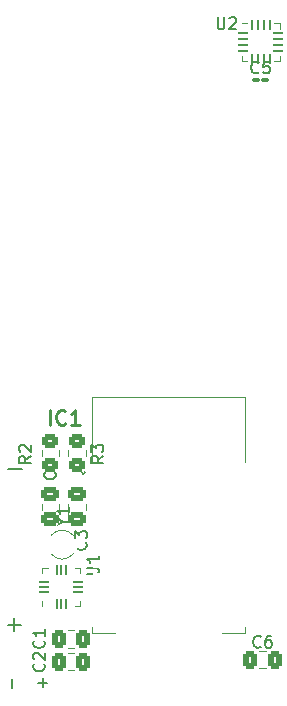
<source format=gto>
G04 #@! TF.GenerationSoftware,KiCad,Pcbnew,8.0.2-8.0.2-0~ubuntu22.04.1*
G04 #@! TF.CreationDate,2024-05-30T09:26:34-06:00*
G04 #@! TF.ProjectId,sensor_sigfox_1.2,73656e73-6f72-45f7-9369-67666f785f31,rev?*
G04 #@! TF.SameCoordinates,Original*
G04 #@! TF.FileFunction,Legend,Top*
G04 #@! TF.FilePolarity,Positive*
%FSLAX46Y46*%
G04 Gerber Fmt 4.6, Leading zero omitted, Abs format (unit mm)*
G04 Created by KiCad (PCBNEW 8.0.2-8.0.2-0~ubuntu22.04.1) date 2024-05-30 09:26:34*
%MOMM*%
%LPD*%
G01*
G04 APERTURE LIST*
G04 Aperture macros list*
%AMRoundRect*
0 Rectangle with rounded corners*
0 $1 Rounding radius*
0 $2 $3 $4 $5 $6 $7 $8 $9 X,Y pos of 4 corners*
0 Add a 4 corners polygon primitive as box body*
4,1,4,$2,$3,$4,$5,$6,$7,$8,$9,$2,$3,0*
0 Add four circle primitives for the rounded corners*
1,1,$1+$1,$2,$3*
1,1,$1+$1,$4,$5*
1,1,$1+$1,$6,$7*
1,1,$1+$1,$8,$9*
0 Add four rect primitives between the rounded corners*
20,1,$1+$1,$2,$3,$4,$5,0*
20,1,$1+$1,$4,$5,$6,$7,0*
20,1,$1+$1,$6,$7,$8,$9,0*
20,1,$1+$1,$8,$9,$2,$3,0*%
%AMFreePoly0*
4,1,14,0.334644,0.085355,0.385355,0.034644,0.400000,-0.000711,0.400000,-0.050000,0.385355,-0.085355,0.350000,-0.100000,-0.350000,-0.100000,-0.385355,-0.085355,-0.400000,-0.050000,-0.400000,0.050000,-0.385355,0.085355,-0.350000,0.100000,0.299289,0.100000,0.334644,0.085355,0.334644,0.085355,$1*%
%AMFreePoly1*
4,1,14,0.385355,0.085355,0.400000,0.050000,0.400000,0.000711,0.385355,-0.034644,0.334644,-0.085355,0.299289,-0.100000,-0.350000,-0.100000,-0.385355,-0.085355,-0.400000,-0.050000,-0.400000,0.050000,-0.385355,0.085355,-0.350000,0.100000,0.350000,0.100000,0.385355,0.085355,0.385355,0.085355,$1*%
%AMFreePoly2*
4,1,14,0.085355,0.385355,0.100000,0.350000,0.100000,-0.350000,0.085355,-0.385355,0.050000,-0.400000,-0.050000,-0.400000,-0.085355,-0.385355,-0.100000,-0.350000,-0.100000,0.299289,-0.085355,0.334644,-0.034644,0.385355,0.000711,0.400000,0.050000,0.400000,0.085355,0.385355,0.085355,0.385355,$1*%
%AMFreePoly3*
4,1,14,0.034644,0.385355,0.085355,0.334644,0.100000,0.299289,0.100000,-0.350000,0.085355,-0.385355,0.050000,-0.400000,-0.050000,-0.400000,-0.085355,-0.385355,-0.100000,-0.350000,-0.100000,0.350000,-0.085355,0.385355,-0.050000,0.400000,-0.000711,0.400000,0.034644,0.385355,0.034644,0.385355,$1*%
%AMFreePoly4*
4,1,14,0.385355,0.085355,0.400000,0.050000,0.400000,-0.050000,0.385355,-0.085355,0.350000,-0.100000,-0.299289,-0.100000,-0.334644,-0.085355,-0.385355,-0.034644,-0.400000,0.000711,-0.400000,0.050000,-0.385355,0.085355,-0.350000,0.100000,0.350000,0.100000,0.385355,0.085355,0.385355,0.085355,$1*%
%AMFreePoly5*
4,1,14,0.385355,0.085355,0.400000,0.050000,0.400000,-0.050000,0.385355,-0.085355,0.350000,-0.100000,-0.350000,-0.100000,-0.385355,-0.085355,-0.400000,-0.050000,-0.400000,-0.000711,-0.385355,0.034644,-0.334644,0.085355,-0.299289,0.100000,0.350000,0.100000,0.385355,0.085355,0.385355,0.085355,$1*%
%AMFreePoly6*
4,1,14,0.085355,0.385355,0.100000,0.350000,0.100000,-0.299289,0.085355,-0.334644,0.034644,-0.385355,-0.000711,-0.400000,-0.050000,-0.400000,-0.085355,-0.385355,-0.100000,-0.350000,-0.100000,0.350000,-0.085355,0.385355,-0.050000,0.400000,0.050000,0.400000,0.085355,0.385355,0.085355,0.385355,$1*%
%AMFreePoly7*
4,1,14,0.085355,0.385355,0.100000,0.350000,0.100000,-0.350000,0.085355,-0.385355,0.050000,-0.400000,0.000711,-0.400000,-0.034644,-0.385355,-0.085355,-0.334644,-0.100000,-0.299289,-0.100000,0.350000,-0.085355,0.385355,-0.050000,0.400000,0.050000,0.400000,0.085355,0.385355,0.085355,0.385355,$1*%
G04 Aperture macros list end*
%ADD10C,0.150000*%
%ADD11C,0.254000*%
%ADD12C,0.120000*%
%ADD13C,0.200000*%
%ADD14C,0.100000*%
%ADD15C,1.000000*%
%ADD16RoundRect,0.250000X-0.337500X-0.475000X0.337500X-0.475000X0.337500X0.475000X-0.337500X0.475000X0*%
%ADD17RoundRect,0.062500X-0.350000X-0.062500X0.350000X-0.062500X0.350000X0.062500X-0.350000X0.062500X0*%
%ADD18RoundRect,0.062500X-0.062500X-0.350000X0.062500X-0.350000X0.062500X0.350000X-0.062500X0.350000X0*%
%ADD19R,1.700000X1.700000*%
%ADD20RoundRect,0.250000X0.450000X-0.350000X0.450000X0.350000X-0.450000X0.350000X-0.450000X-0.350000X0*%
%ADD21RoundRect,0.100000X-0.217500X-0.100000X0.217500X-0.100000X0.217500X0.100000X-0.217500X0.100000X0*%
%ADD22RoundRect,0.250000X-0.475000X0.337500X-0.475000X-0.337500X0.475000X-0.337500X0.475000X0.337500X0*%
%ADD23RoundRect,0.250000X0.337500X0.475000X-0.337500X0.475000X-0.337500X-0.475000X0.337500X-0.475000X0*%
%ADD24R,1.000000X0.700000*%
%ADD25R,0.700000X1.000000*%
%ADD26R,2.000000X2.000000*%
%ADD27C,2.000000*%
%ADD28FreePoly0,90.000000*%
%ADD29RoundRect,0.050000X0.050000X-0.350000X0.050000X0.350000X-0.050000X0.350000X-0.050000X-0.350000X0*%
%ADD30FreePoly1,90.000000*%
%ADD31FreePoly2,90.000000*%
%ADD32RoundRect,0.050000X0.350000X-0.050000X0.350000X0.050000X-0.350000X0.050000X-0.350000X-0.050000X0*%
%ADD33FreePoly3,90.000000*%
%ADD34FreePoly4,90.000000*%
%ADD35FreePoly5,90.000000*%
%ADD36FreePoly6,90.000000*%
%ADD37FreePoly7,90.000000*%
%ADD38O,1.700000X1.700000*%
G04 APERTURE END LIST*
D10*
X116153866Y-93052220D02*
X116153866Y-92290316D01*
X118787345Y-92983068D02*
X118787345Y-92221164D01*
X119168298Y-92602116D02*
X118406393Y-92602116D01*
X120506628Y-78935190D02*
X120982819Y-78935190D01*
X119982819Y-79268523D02*
X120506628Y-78935190D01*
X120506628Y-78935190D02*
X119982819Y-78601857D01*
X120982819Y-77744714D02*
X120982819Y-78316142D01*
X120982819Y-78030428D02*
X119982819Y-78030428D01*
X119982819Y-78030428D02*
X120125676Y-78125666D01*
X120125676Y-78125666D02*
X120220914Y-78220904D01*
X120220914Y-78220904D02*
X120268533Y-78316142D01*
X118847080Y-89025666D02*
X118894700Y-89073285D01*
X118894700Y-89073285D02*
X118942319Y-89216142D01*
X118942319Y-89216142D02*
X118942319Y-89311380D01*
X118942319Y-89311380D02*
X118894700Y-89454237D01*
X118894700Y-89454237D02*
X118799461Y-89549475D01*
X118799461Y-89549475D02*
X118704223Y-89597094D01*
X118704223Y-89597094D02*
X118513747Y-89644713D01*
X118513747Y-89644713D02*
X118370890Y-89644713D01*
X118370890Y-89644713D02*
X118180414Y-89597094D01*
X118180414Y-89597094D02*
X118085176Y-89549475D01*
X118085176Y-89549475D02*
X117989938Y-89454237D01*
X117989938Y-89454237D02*
X117942319Y-89311380D01*
X117942319Y-89311380D02*
X117942319Y-89216142D01*
X117942319Y-89216142D02*
X117989938Y-89073285D01*
X117989938Y-89073285D02*
X118037557Y-89025666D01*
X118942319Y-88073285D02*
X118942319Y-88644713D01*
X118942319Y-88358999D02*
X117942319Y-88358999D01*
X117942319Y-88358999D02*
X118085176Y-88454237D01*
X118085176Y-88454237D02*
X118180414Y-88549475D01*
X118180414Y-88549475D02*
X118228033Y-88644713D01*
X133580095Y-36243621D02*
X133580095Y-37053144D01*
X133580095Y-37053144D02*
X133627714Y-37148382D01*
X133627714Y-37148382D02*
X133675333Y-37196002D01*
X133675333Y-37196002D02*
X133770571Y-37243621D01*
X133770571Y-37243621D02*
X133961047Y-37243621D01*
X133961047Y-37243621D02*
X134056285Y-37196002D01*
X134056285Y-37196002D02*
X134103904Y-37148382D01*
X134103904Y-37148382D02*
X134151523Y-37053144D01*
X134151523Y-37053144D02*
X134151523Y-36243621D01*
X134580095Y-36338859D02*
X134627714Y-36291240D01*
X134627714Y-36291240D02*
X134722952Y-36243621D01*
X134722952Y-36243621D02*
X134961047Y-36243621D01*
X134961047Y-36243621D02*
X135056285Y-36291240D01*
X135056285Y-36291240D02*
X135103904Y-36338859D01*
X135103904Y-36338859D02*
X135151523Y-36434097D01*
X135151523Y-36434097D02*
X135151523Y-36529335D01*
X135151523Y-36529335D02*
X135103904Y-36672192D01*
X135103904Y-36672192D02*
X134532476Y-37243621D01*
X134532476Y-37243621D02*
X135151523Y-37243621D01*
X118846080Y-90983666D02*
X118893700Y-91031285D01*
X118893700Y-91031285D02*
X118941319Y-91174142D01*
X118941319Y-91174142D02*
X118941319Y-91269380D01*
X118941319Y-91269380D02*
X118893700Y-91412237D01*
X118893700Y-91412237D02*
X118798461Y-91507475D01*
X118798461Y-91507475D02*
X118703223Y-91555094D01*
X118703223Y-91555094D02*
X118512747Y-91602713D01*
X118512747Y-91602713D02*
X118369890Y-91602713D01*
X118369890Y-91602713D02*
X118179414Y-91555094D01*
X118179414Y-91555094D02*
X118084176Y-91507475D01*
X118084176Y-91507475D02*
X117988938Y-91412237D01*
X117988938Y-91412237D02*
X117941319Y-91269380D01*
X117941319Y-91269380D02*
X117941319Y-91174142D01*
X117941319Y-91174142D02*
X117988938Y-91031285D01*
X117988938Y-91031285D02*
X118036557Y-90983666D01*
X118036557Y-90602713D02*
X117988938Y-90555094D01*
X117988938Y-90555094D02*
X117941319Y-90459856D01*
X117941319Y-90459856D02*
X117941319Y-90221761D01*
X117941319Y-90221761D02*
X117988938Y-90126523D01*
X117988938Y-90126523D02*
X118036557Y-90078904D01*
X118036557Y-90078904D02*
X118131795Y-90031285D01*
X118131795Y-90031285D02*
X118227033Y-90031285D01*
X118227033Y-90031285D02*
X118369890Y-90078904D01*
X118369890Y-90078904D02*
X118941319Y-90650332D01*
X118941319Y-90650332D02*
X118941319Y-90031285D01*
X117770819Y-73387666D02*
X117294628Y-73720999D01*
X117770819Y-73959094D02*
X116770819Y-73959094D01*
X116770819Y-73959094D02*
X116770819Y-73578142D01*
X116770819Y-73578142D02*
X116818438Y-73482904D01*
X116818438Y-73482904D02*
X116866057Y-73435285D01*
X116866057Y-73435285D02*
X116961295Y-73387666D01*
X116961295Y-73387666D02*
X117104152Y-73387666D01*
X117104152Y-73387666D02*
X117199390Y-73435285D01*
X117199390Y-73435285D02*
X117247009Y-73482904D01*
X117247009Y-73482904D02*
X117294628Y-73578142D01*
X117294628Y-73578142D02*
X117294628Y-73959094D01*
X116866057Y-73006713D02*
X116818438Y-72959094D01*
X116818438Y-72959094D02*
X116770819Y-72863856D01*
X116770819Y-72863856D02*
X116770819Y-72625761D01*
X116770819Y-72625761D02*
X116818438Y-72530523D01*
X116818438Y-72530523D02*
X116866057Y-72482904D01*
X116866057Y-72482904D02*
X116961295Y-72435285D01*
X116961295Y-72435285D02*
X117056533Y-72435285D01*
X117056533Y-72435285D02*
X117199390Y-72482904D01*
X117199390Y-72482904D02*
X117770819Y-73054332D01*
X117770819Y-73054332D02*
X117770819Y-72435285D01*
X137042833Y-40895382D02*
X136995214Y-40943002D01*
X136995214Y-40943002D02*
X136852357Y-40990621D01*
X136852357Y-40990621D02*
X136757119Y-40990621D01*
X136757119Y-40990621D02*
X136614262Y-40943002D01*
X136614262Y-40943002D02*
X136519024Y-40847763D01*
X136519024Y-40847763D02*
X136471405Y-40752525D01*
X136471405Y-40752525D02*
X136423786Y-40562049D01*
X136423786Y-40562049D02*
X136423786Y-40419192D01*
X136423786Y-40419192D02*
X136471405Y-40228716D01*
X136471405Y-40228716D02*
X136519024Y-40133478D01*
X136519024Y-40133478D02*
X136614262Y-40038240D01*
X136614262Y-40038240D02*
X136757119Y-39990621D01*
X136757119Y-39990621D02*
X136852357Y-39990621D01*
X136852357Y-39990621D02*
X136995214Y-40038240D01*
X136995214Y-40038240D02*
X137042833Y-40085859D01*
X137947595Y-39990621D02*
X137471405Y-39990621D01*
X137471405Y-39990621D02*
X137423786Y-40466811D01*
X137423786Y-40466811D02*
X137471405Y-40419192D01*
X137471405Y-40419192D02*
X137566643Y-40371573D01*
X137566643Y-40371573D02*
X137804738Y-40371573D01*
X137804738Y-40371573D02*
X137899976Y-40419192D01*
X137899976Y-40419192D02*
X137947595Y-40466811D01*
X137947595Y-40466811D02*
X137995214Y-40562049D01*
X137995214Y-40562049D02*
X137995214Y-40800144D01*
X137995214Y-40800144D02*
X137947595Y-40895382D01*
X137947595Y-40895382D02*
X137899976Y-40943002D01*
X137899976Y-40943002D02*
X137804738Y-40990621D01*
X137804738Y-40990621D02*
X137566643Y-40990621D01*
X137566643Y-40990621D02*
X137471405Y-40943002D01*
X137471405Y-40943002D02*
X137423786Y-40895382D01*
X119789580Y-74755666D02*
X119837200Y-74803285D01*
X119837200Y-74803285D02*
X119884819Y-74946142D01*
X119884819Y-74946142D02*
X119884819Y-75041380D01*
X119884819Y-75041380D02*
X119837200Y-75184237D01*
X119837200Y-75184237D02*
X119741961Y-75279475D01*
X119741961Y-75279475D02*
X119646723Y-75327094D01*
X119646723Y-75327094D02*
X119456247Y-75374713D01*
X119456247Y-75374713D02*
X119313390Y-75374713D01*
X119313390Y-75374713D02*
X119122914Y-75327094D01*
X119122914Y-75327094D02*
X119027676Y-75279475D01*
X119027676Y-75279475D02*
X118932438Y-75184237D01*
X118932438Y-75184237D02*
X118884819Y-75041380D01*
X118884819Y-75041380D02*
X118884819Y-74946142D01*
X118884819Y-74946142D02*
X118932438Y-74803285D01*
X118932438Y-74803285D02*
X118980057Y-74755666D01*
X119218152Y-73898523D02*
X119884819Y-73898523D01*
X118837200Y-74136618D02*
X119551485Y-74374713D01*
X119551485Y-74374713D02*
X119551485Y-73755666D01*
X122403580Y-80702666D02*
X122451200Y-80750285D01*
X122451200Y-80750285D02*
X122498819Y-80893142D01*
X122498819Y-80893142D02*
X122498819Y-80988380D01*
X122498819Y-80988380D02*
X122451200Y-81131237D01*
X122451200Y-81131237D02*
X122355961Y-81226475D01*
X122355961Y-81226475D02*
X122260723Y-81274094D01*
X122260723Y-81274094D02*
X122070247Y-81321713D01*
X122070247Y-81321713D02*
X121927390Y-81321713D01*
X121927390Y-81321713D02*
X121736914Y-81274094D01*
X121736914Y-81274094D02*
X121641676Y-81226475D01*
X121641676Y-81226475D02*
X121546438Y-81131237D01*
X121546438Y-81131237D02*
X121498819Y-80988380D01*
X121498819Y-80988380D02*
X121498819Y-80893142D01*
X121498819Y-80893142D02*
X121546438Y-80750285D01*
X121546438Y-80750285D02*
X121594057Y-80702666D01*
X121498819Y-80369332D02*
X121498819Y-79750285D01*
X121498819Y-79750285D02*
X121879771Y-80083618D01*
X121879771Y-80083618D02*
X121879771Y-79940761D01*
X121879771Y-79940761D02*
X121927390Y-79845523D01*
X121927390Y-79845523D02*
X121975009Y-79797904D01*
X121975009Y-79797904D02*
X122070247Y-79750285D01*
X122070247Y-79750285D02*
X122308342Y-79750285D01*
X122308342Y-79750285D02*
X122403580Y-79797904D01*
X122403580Y-79797904D02*
X122451200Y-79845523D01*
X122451200Y-79845523D02*
X122498819Y-79940761D01*
X122498819Y-79940761D02*
X122498819Y-80226475D01*
X122498819Y-80226475D02*
X122451200Y-80321713D01*
X122451200Y-80321713D02*
X122403580Y-80369332D01*
X137216333Y-89522580D02*
X137168714Y-89570200D01*
X137168714Y-89570200D02*
X137025857Y-89617819D01*
X137025857Y-89617819D02*
X136930619Y-89617819D01*
X136930619Y-89617819D02*
X136787762Y-89570200D01*
X136787762Y-89570200D02*
X136692524Y-89474961D01*
X136692524Y-89474961D02*
X136644905Y-89379723D01*
X136644905Y-89379723D02*
X136597286Y-89189247D01*
X136597286Y-89189247D02*
X136597286Y-89046390D01*
X136597286Y-89046390D02*
X136644905Y-88855914D01*
X136644905Y-88855914D02*
X136692524Y-88760676D01*
X136692524Y-88760676D02*
X136787762Y-88665438D01*
X136787762Y-88665438D02*
X136930619Y-88617819D01*
X136930619Y-88617819D02*
X137025857Y-88617819D01*
X137025857Y-88617819D02*
X137168714Y-88665438D01*
X137168714Y-88665438D02*
X137216333Y-88713057D01*
X138073476Y-88617819D02*
X137883000Y-88617819D01*
X137883000Y-88617819D02*
X137787762Y-88665438D01*
X137787762Y-88665438D02*
X137740143Y-88713057D01*
X137740143Y-88713057D02*
X137644905Y-88855914D01*
X137644905Y-88855914D02*
X137597286Y-89046390D01*
X137597286Y-89046390D02*
X137597286Y-89427342D01*
X137597286Y-89427342D02*
X137644905Y-89522580D01*
X137644905Y-89522580D02*
X137692524Y-89570200D01*
X137692524Y-89570200D02*
X137787762Y-89617819D01*
X137787762Y-89617819D02*
X137978238Y-89617819D01*
X137978238Y-89617819D02*
X138073476Y-89570200D01*
X138073476Y-89570200D02*
X138121095Y-89522580D01*
X138121095Y-89522580D02*
X138168714Y-89427342D01*
X138168714Y-89427342D02*
X138168714Y-89189247D01*
X138168714Y-89189247D02*
X138121095Y-89094009D01*
X138121095Y-89094009D02*
X138073476Y-89046390D01*
X138073476Y-89046390D02*
X137978238Y-88998771D01*
X137978238Y-88998771D02*
X137787762Y-88998771D01*
X137787762Y-88998771D02*
X137692524Y-89046390D01*
X137692524Y-89046390D02*
X137644905Y-89094009D01*
X137644905Y-89094009D02*
X137597286Y-89189247D01*
D11*
X119355237Y-70744318D02*
X119355237Y-69474318D01*
X120685714Y-70623365D02*
X120625238Y-70683842D01*
X120625238Y-70683842D02*
X120443809Y-70744318D01*
X120443809Y-70744318D02*
X120322857Y-70744318D01*
X120322857Y-70744318D02*
X120141428Y-70683842D01*
X120141428Y-70683842D02*
X120020476Y-70562889D01*
X120020476Y-70562889D02*
X119959999Y-70441937D01*
X119959999Y-70441937D02*
X119899523Y-70200032D01*
X119899523Y-70200032D02*
X119899523Y-70018603D01*
X119899523Y-70018603D02*
X119959999Y-69776699D01*
X119959999Y-69776699D02*
X120020476Y-69655746D01*
X120020476Y-69655746D02*
X120141428Y-69534794D01*
X120141428Y-69534794D02*
X120322857Y-69474318D01*
X120322857Y-69474318D02*
X120443809Y-69474318D01*
X120443809Y-69474318D02*
X120625238Y-69534794D01*
X120625238Y-69534794D02*
X120685714Y-69595270D01*
X121895238Y-70744318D02*
X121169523Y-70744318D01*
X121532380Y-70744318D02*
X121532380Y-69474318D01*
X121532380Y-69474318D02*
X121411428Y-69655746D01*
X121411428Y-69655746D02*
X121290476Y-69776699D01*
X121290476Y-69776699D02*
X121169523Y-69837175D01*
D10*
X115868727Y-74459850D02*
X117011585Y-74459850D01*
X115804727Y-87660850D02*
X116947585Y-87660850D01*
X116376156Y-88232278D02*
X116376156Y-87089421D01*
X123890819Y-73364666D02*
X123414628Y-73697999D01*
X123890819Y-73936094D02*
X122890819Y-73936094D01*
X122890819Y-73936094D02*
X122890819Y-73555142D01*
X122890819Y-73555142D02*
X122938438Y-73459904D01*
X122938438Y-73459904D02*
X122986057Y-73412285D01*
X122986057Y-73412285D02*
X123081295Y-73364666D01*
X123081295Y-73364666D02*
X123224152Y-73364666D01*
X123224152Y-73364666D02*
X123319390Y-73412285D01*
X123319390Y-73412285D02*
X123367009Y-73459904D01*
X123367009Y-73459904D02*
X123414628Y-73555142D01*
X123414628Y-73555142D02*
X123414628Y-73936094D01*
X122890819Y-73031332D02*
X122890819Y-72412285D01*
X122890819Y-72412285D02*
X123271771Y-72745618D01*
X123271771Y-72745618D02*
X123271771Y-72602761D01*
X123271771Y-72602761D02*
X123319390Y-72507523D01*
X123319390Y-72507523D02*
X123367009Y-72459904D01*
X123367009Y-72459904D02*
X123462247Y-72412285D01*
X123462247Y-72412285D02*
X123700342Y-72412285D01*
X123700342Y-72412285D02*
X123795580Y-72459904D01*
X123795580Y-72459904D02*
X123843200Y-72507523D01*
X123843200Y-72507523D02*
X123890819Y-72602761D01*
X123890819Y-72602761D02*
X123890819Y-72888475D01*
X123890819Y-72888475D02*
X123843200Y-72983713D01*
X123843200Y-72983713D02*
X123795580Y-73031332D01*
X122490819Y-83404904D02*
X123300342Y-83404904D01*
X123300342Y-83404904D02*
X123395580Y-83357285D01*
X123395580Y-83357285D02*
X123443200Y-83309666D01*
X123443200Y-83309666D02*
X123490819Y-83214428D01*
X123490819Y-83214428D02*
X123490819Y-83023952D01*
X123490819Y-83023952D02*
X123443200Y-82928714D01*
X123443200Y-82928714D02*
X123395580Y-82881095D01*
X123395580Y-82881095D02*
X123300342Y-82833476D01*
X123300342Y-82833476D02*
X122490819Y-82833476D01*
X123490819Y-81833476D02*
X123490819Y-82404904D01*
X123490819Y-82119190D02*
X122490819Y-82119190D01*
X122490819Y-82119190D02*
X122633676Y-82214428D01*
X122633676Y-82214428D02*
X122728914Y-82309666D01*
X122728914Y-82309666D02*
X122776533Y-82404904D01*
D12*
X119465439Y-80107186D02*
G75*
G02*
X121365000Y-80107719I949561J-781814D01*
G01*
X121365000Y-81670281D02*
G75*
G02*
X119465439Y-81670814I-950000J781281D01*
G01*
X120903748Y-88154000D02*
X121426252Y-88154000D01*
X120903748Y-89624000D02*
X121426252Y-89624000D01*
X135615000Y-39951802D02*
X135615000Y-39476802D01*
X136090000Y-36731802D02*
X135615000Y-36731802D01*
X136090000Y-39951802D02*
X135615000Y-39951802D01*
X138360000Y-36731802D02*
X138835000Y-36731802D01*
X138360000Y-39951802D02*
X138835000Y-39951802D01*
X138835000Y-36731802D02*
X138835000Y-37206802D01*
X138835000Y-39951802D02*
X138835000Y-39476802D01*
X120903748Y-90051000D02*
X121426252Y-90051000D01*
X120903748Y-91521000D02*
X121426252Y-91521000D01*
X118680000Y-73366064D02*
X118680000Y-72911936D01*
X120150000Y-73366064D02*
X120150000Y-72911936D01*
X118680000Y-77415248D02*
X118680000Y-77937752D01*
X120150000Y-77415248D02*
X120150000Y-77937752D01*
X120930000Y-77415248D02*
X120930000Y-77937752D01*
X122400000Y-77415248D02*
X122400000Y-77937752D01*
X137638752Y-89904000D02*
X137116248Y-89904000D01*
X137638752Y-91374000D02*
X137116248Y-91374000D01*
D13*
X122215000Y-74689000D02*
X122215000Y-74689000D01*
X122215000Y-74889000D02*
X122215000Y-74889000D01*
D14*
X122915000Y-68389000D02*
X135915000Y-68389000D01*
X122915000Y-73889000D02*
X122915000Y-68389000D01*
X122915000Y-88389000D02*
X122915000Y-87889000D01*
X124915000Y-88389000D02*
X122915000Y-88389000D01*
X133915000Y-88389000D02*
X135915000Y-88389000D01*
X135915000Y-68389000D02*
X135915000Y-73889000D01*
X135915000Y-88389000D02*
X135915000Y-87889000D01*
D13*
X122215000Y-74689000D02*
G75*
G02*
X122215000Y-74889000I0J-100000D01*
G01*
X122215000Y-74889000D02*
G75*
G02*
X122215000Y-74689000I0J100000D01*
G01*
D12*
X120930000Y-73366064D02*
X120930000Y-72911936D01*
X122400000Y-73366064D02*
X122400000Y-72911936D01*
X118730000Y-82854000D02*
X119180000Y-82854000D01*
X118730000Y-83304000D02*
X118730000Y-82854000D01*
X118730000Y-85624000D02*
X118730000Y-86074000D01*
X121950000Y-82854000D02*
X121500000Y-82854000D01*
X121950000Y-83304000D02*
X121950000Y-82854000D01*
X121950000Y-85624000D02*
X121950000Y-86074000D01*
X121950000Y-86074000D02*
X121500000Y-86074000D01*
%LPC*%
D15*
X121365000Y-80889000D03*
X119465000Y-80889000D03*
D16*
X120127500Y-88889000D03*
X122202500Y-88889000D03*
D17*
X135762500Y-37591802D03*
X135762500Y-38091802D03*
X135762500Y-38591802D03*
X135762500Y-39091802D03*
D18*
X136475000Y-39804302D03*
X136975000Y-39804302D03*
X137475000Y-39804302D03*
X137975000Y-39804302D03*
D17*
X138687500Y-39091802D03*
X138687500Y-38591802D03*
X138687500Y-38091802D03*
X138687500Y-37591802D03*
D18*
X137975000Y-36879302D03*
X137475000Y-36879302D03*
X136975000Y-36879302D03*
X136475000Y-36879302D03*
D19*
X137225000Y-38341802D03*
D16*
X120127500Y-90786000D03*
X122202500Y-90786000D03*
D20*
X119415000Y-74139000D03*
X119415000Y-72139000D03*
D21*
X137617000Y-41585802D03*
X136802000Y-41585802D03*
D22*
X119415000Y-76639000D03*
X119415000Y-78714000D03*
X121665000Y-76639000D03*
X121665000Y-78714000D03*
D23*
X138415000Y-90639000D03*
X136340000Y-90639000D03*
D24*
X123555000Y-74839000D03*
X123555000Y-75939000D03*
X123555000Y-77039000D03*
X123555000Y-78139000D03*
X123555000Y-79239000D03*
X123555000Y-80339000D03*
X123555000Y-81439000D03*
X123555000Y-82539000D03*
X123555000Y-83639000D03*
X123555000Y-84739000D03*
X123555000Y-85839000D03*
X123555000Y-86939000D03*
D25*
X126115000Y-87749000D03*
X127215000Y-87749000D03*
X128315000Y-87749000D03*
X129415000Y-87749000D03*
X130515000Y-87749000D03*
X131615000Y-87749000D03*
X132715000Y-87749000D03*
D24*
X135275000Y-86939000D03*
X135275000Y-85839000D03*
X135275000Y-84739000D03*
X135275000Y-83639000D03*
X135275000Y-82539000D03*
X135275000Y-81439000D03*
X135275000Y-80339000D03*
X135275000Y-79239000D03*
X135275000Y-78139000D03*
X135275000Y-77039000D03*
X135275000Y-75939000D03*
X135275000Y-74839000D03*
D26*
X116382156Y-77125150D03*
D27*
X116382156Y-89825150D03*
D20*
X121665000Y-74139000D03*
X121665000Y-72139000D03*
D28*
X119540000Y-85914000D03*
D29*
X119940000Y-85914000D03*
X120340000Y-85914000D03*
X120740000Y-85914000D03*
D30*
X121140000Y-85914000D03*
D31*
X121790000Y-85264000D03*
D32*
X121790000Y-84864000D03*
X121790000Y-84464000D03*
X121790000Y-84064000D03*
D33*
X121790000Y-83664000D03*
D34*
X121140000Y-83014000D03*
D29*
X120740000Y-83014000D03*
X120340000Y-83014000D03*
X119940000Y-83014000D03*
D35*
X119540000Y-83014000D03*
D36*
X118890000Y-83664000D03*
D32*
X118890000Y-84064000D03*
X118890000Y-84464000D03*
X118890000Y-84864000D03*
D37*
X118890000Y-85264000D03*
D19*
X120340000Y-84464000D03*
X116230000Y-94280802D03*
D38*
X118770000Y-94280802D03*
X121310000Y-94280802D03*
X123850000Y-94280802D03*
X126390000Y-94280802D03*
X128930000Y-94280802D03*
X131470000Y-94280802D03*
%LPD*%
M02*

</source>
